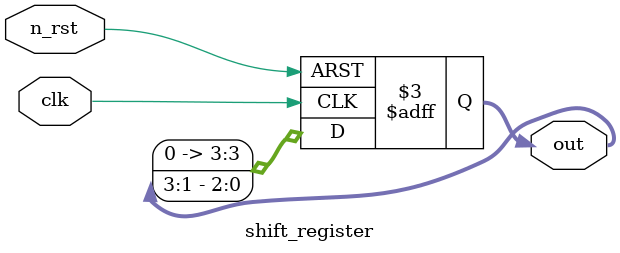
<source format=v>
module shift_register(
    input clk,
    input n_rst,
    output reg [3:0] out
);

always @(posedge clk or negedge n_rst) begin
    if(!n_rst) begin
        out <= 4'h0001;
    end
    else begin
        out[0] <= out[1];
        out[1] <= out[2];
        out[2] <= out[3];
        out[3] <= 4'h0000 ;
    end
    end
    
endmodule 

</source>
